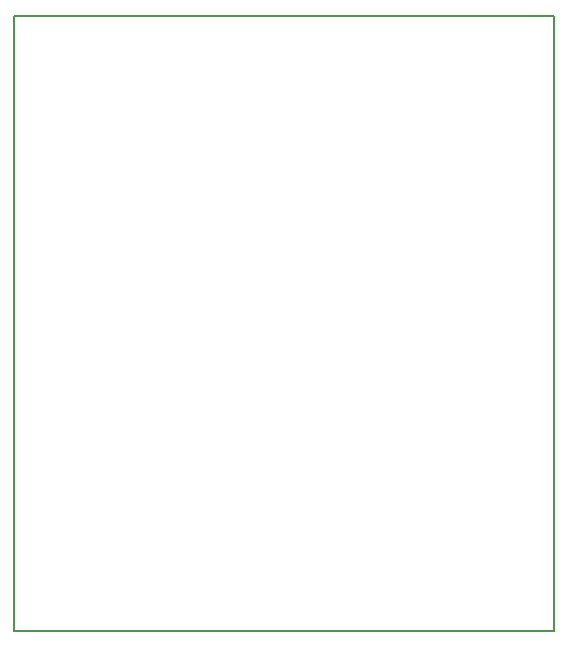
<source format=gm1>
G04 #@! TF.FileFunction,Profile,NP*
%FSLAX46Y46*%
G04 Gerber Fmt 4.6, Leading zero omitted, Abs format (unit mm)*
G04 Created by KiCad (PCBNEW 4.0.4+e1-6308~48~ubuntu16.04.1-stable) date Fri Nov  4 19:44:09 2016*
%MOMM*%
%LPD*%
G01*
G04 APERTURE LIST*
%ADD10C,0.100000*%
%ADD11C,0.150000*%
G04 APERTURE END LIST*
D10*
D11*
X104140000Y-85090000D02*
X58420000Y-85090000D01*
X104140000Y-137160000D02*
X104140000Y-85090000D01*
X58420000Y-137160000D02*
X104140000Y-137160000D01*
X58420000Y-85090000D02*
X58420000Y-137160000D01*
M02*

</source>
